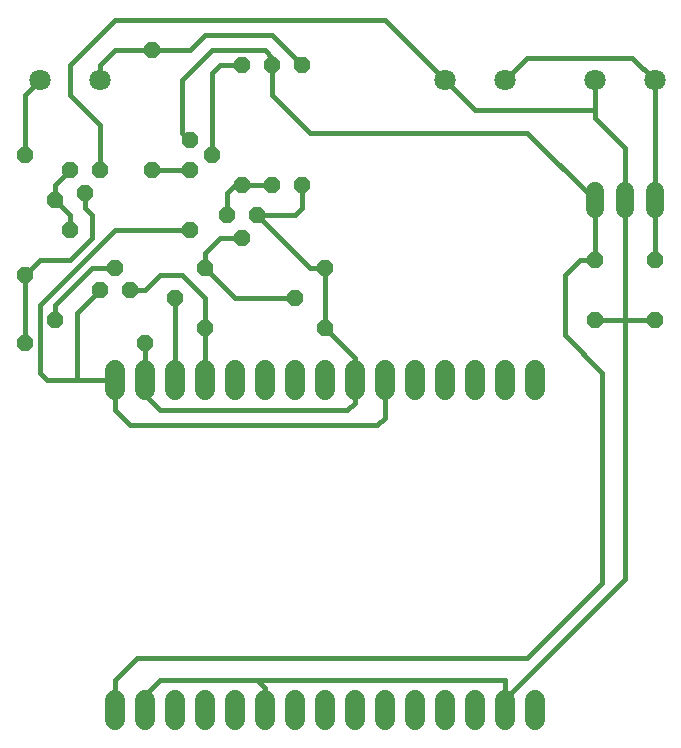
<source format=gbr>
G04 EAGLE Gerber RS-274X export*
G75*
%MOMM*%
%FSLAX34Y34*%
%LPD*%
%INTop Copper*%
%IPPOS*%
%AMOC8*
5,1,8,0,0,1.08239X$1,22.5*%
G01*
%ADD10P,1.429621X8X112.500000*%
%ADD11C,1.524000*%
%ADD12P,1.429621X8X202.500000*%
%ADD13P,1.429621X8X292.500000*%
%ADD14P,1.429621X8X22.500000*%
%ADD15C,1.676400*%
%ADD16C,1.800000*%
%ADD17C,0.400000*%
%ADD18C,0.406400*%


D10*
X577850Y361950D03*
X577850Y412750D03*
X527050Y361950D03*
X527050Y412750D03*
D11*
X577850Y455930D02*
X577850Y471170D01*
X552450Y471170D02*
X552450Y455930D01*
X527050Y455930D02*
X527050Y471170D01*
D10*
X184150Y514350D03*
X203200Y501650D03*
X184150Y488950D03*
D12*
X107950Y387350D03*
X120650Y406400D03*
X133350Y387350D03*
D10*
X152400Y488950D03*
X152400Y590550D03*
X44450Y400050D03*
X44450Y501650D03*
X228600Y476250D03*
X228600Y577850D03*
D12*
X298450Y406400D03*
X196850Y406400D03*
D13*
X254000Y577850D03*
X254000Y476250D03*
D10*
X69850Y361950D03*
X69850Y463550D03*
D12*
X273050Y381000D03*
X171450Y381000D03*
X146050Y342900D03*
X44450Y342900D03*
X184150Y438150D03*
X82550Y438150D03*
D14*
X196850Y355600D03*
X298450Y355600D03*
X241300Y450850D03*
X228600Y431800D03*
X215900Y450850D03*
X107950Y488950D03*
X95250Y469900D03*
X82550Y488950D03*
D15*
X476250Y40132D02*
X476250Y23368D01*
X450850Y23368D02*
X450850Y40132D01*
X425450Y40132D02*
X425450Y23368D01*
X400050Y23368D02*
X400050Y40132D01*
X374650Y40132D02*
X374650Y23368D01*
X349250Y23368D02*
X349250Y40132D01*
X323850Y40132D02*
X323850Y23368D01*
X298450Y23368D02*
X298450Y40132D01*
X273050Y40132D02*
X273050Y23368D01*
X247650Y23368D02*
X247650Y40132D01*
X222250Y40132D02*
X222250Y23368D01*
X196850Y23368D02*
X196850Y40132D01*
X171450Y40132D02*
X171450Y23368D01*
X146050Y23368D02*
X146050Y40132D01*
X120650Y40132D02*
X120650Y23368D01*
X120650Y302768D02*
X120650Y319532D01*
X146050Y319532D02*
X146050Y302768D01*
X171450Y302768D02*
X171450Y319532D01*
X196850Y319532D02*
X196850Y302768D01*
X222250Y302768D02*
X222250Y319532D01*
X247650Y319532D02*
X247650Y302768D01*
X273050Y302768D02*
X273050Y319532D01*
X298450Y319532D02*
X298450Y302768D01*
X323850Y302768D02*
X323850Y319532D01*
X349250Y319532D02*
X349250Y302768D01*
X374650Y302768D02*
X374650Y319532D01*
X400050Y319532D02*
X400050Y302768D01*
X425450Y302768D02*
X425450Y319532D01*
X450850Y319532D02*
X450850Y302768D01*
X476250Y302768D02*
X476250Y319532D01*
D16*
X450850Y565150D03*
X400050Y565150D03*
X577850Y565150D03*
X527050Y565150D03*
X107950Y565150D03*
X57150Y565150D03*
D10*
X279400Y476250D03*
X279400Y577850D03*
D17*
X323850Y330200D02*
X323850Y311150D01*
X323850Y330200D02*
X298450Y355600D01*
X323850Y311150D02*
X323850Y292100D01*
X317500Y285750D01*
X158750Y285750D01*
X146050Y298450D01*
X146050Y311150D01*
X146050Y342900D01*
X241300Y450850D02*
X285750Y406400D01*
X298450Y406400D01*
X279400Y457200D02*
X279400Y476250D01*
X279400Y457200D02*
X273050Y450850D01*
X241300Y450850D01*
X298450Y406400D02*
X298450Y355600D01*
X527050Y539750D02*
X527050Y565150D01*
X527050Y539750D02*
X527050Y533400D01*
X552450Y508000D01*
X552450Y463550D01*
X527050Y539750D02*
X425450Y539750D01*
X400050Y565150D01*
X552450Y463550D02*
X552450Y361950D01*
X527050Y361950D01*
X552450Y361950D02*
X577850Y361950D01*
X450850Y38100D02*
X450850Y31750D01*
X450850Y38100D02*
X450850Y41421D01*
X552450Y143021D01*
X552450Y361950D01*
X107950Y488950D02*
X107950Y527050D01*
X82550Y552450D01*
X82550Y577850D01*
X120650Y615950D01*
X349250Y615950D02*
X400050Y565150D01*
X349250Y615950D02*
X120650Y615950D01*
D18*
X146050Y44450D02*
X146050Y31750D01*
X146050Y44450D02*
X158750Y57150D01*
X241300Y57150D01*
X247650Y50800D01*
X247650Y31750D01*
X450850Y38100D02*
X450850Y57150D01*
X241300Y57150D01*
D17*
X222250Y381000D02*
X273050Y381000D01*
X222250Y381000D02*
X196850Y406400D01*
X209550Y431800D02*
X228600Y431800D01*
X209550Y431800D02*
X196850Y419100D01*
X196850Y406400D01*
X228600Y476250D02*
X254000Y476250D01*
X228600Y476250D02*
X222250Y476250D01*
X215900Y469900D01*
X215900Y450850D01*
X177800Y520700D02*
X177800Y565150D01*
X177800Y520700D02*
X184150Y514350D01*
X254000Y577850D02*
X254000Y584200D01*
X247650Y590550D01*
X203200Y590550D01*
X177800Y565150D01*
X527050Y463550D02*
X527050Y412750D01*
X120650Y57150D02*
X120650Y31750D01*
X120650Y57150D02*
X139700Y76200D01*
X469900Y76200D02*
X533400Y139700D01*
X533400Y317500D01*
X501650Y349250D01*
X501650Y400050D01*
X514350Y412750D02*
X527050Y412750D01*
X469900Y76200D02*
X139700Y76200D01*
X501650Y400050D02*
X514350Y412750D01*
X527050Y463550D02*
X469900Y520700D01*
X285750Y520700D02*
X254000Y552450D01*
X254000Y577850D01*
X285750Y520700D02*
X469900Y520700D01*
X577850Y565150D02*
X577850Y463550D01*
X577850Y565150D02*
X558800Y584200D01*
X469900Y584200D02*
X450850Y565150D01*
X469900Y584200D02*
X558800Y584200D01*
X577850Y463550D02*
X577850Y412750D01*
X57150Y412750D02*
X44450Y400050D01*
X57150Y412750D02*
X82550Y412750D01*
X101600Y431800D01*
X101600Y450850D01*
X95250Y457200D02*
X95250Y469900D01*
X95250Y457200D02*
X101600Y450850D01*
X44450Y400050D02*
X44450Y342900D01*
X69850Y476250D02*
X82550Y488950D01*
X69850Y476250D02*
X69850Y463550D01*
X82550Y450850D01*
X82550Y438150D01*
X120650Y438150D02*
X184150Y438150D01*
X120650Y438150D02*
X57150Y374650D01*
X57150Y317500D01*
X63500Y311150D01*
X88900Y311150D01*
X120650Y311150D01*
X88900Y368300D02*
X107950Y387350D01*
X88900Y368300D02*
X88900Y311150D01*
X349250Y311150D02*
X349250Y279400D01*
X342900Y273050D01*
X133350Y273050D01*
X120650Y285750D01*
X120650Y311150D01*
X44450Y552450D02*
X57150Y565150D01*
X44450Y552450D02*
X44450Y501650D01*
X171450Y381000D02*
X171450Y311150D01*
X120650Y406400D02*
X101600Y406400D01*
X69850Y374650D01*
X69850Y361950D01*
X133350Y387350D02*
X146050Y387350D01*
X158750Y400050D01*
X177800Y400050D01*
X196850Y381000D01*
X196850Y355600D01*
X196850Y311150D01*
X203200Y571500D02*
X209550Y577850D01*
X203200Y571500D02*
X203200Y501650D01*
X209550Y577850D02*
X228600Y577850D01*
X184150Y488950D02*
X152400Y488950D01*
X152400Y590550D02*
X120650Y590550D01*
X107950Y577850D01*
X107950Y565150D01*
X152400Y590550D02*
X184150Y590550D01*
X196850Y603250D01*
X254000Y603250D01*
X279400Y577850D01*
M02*

</source>
